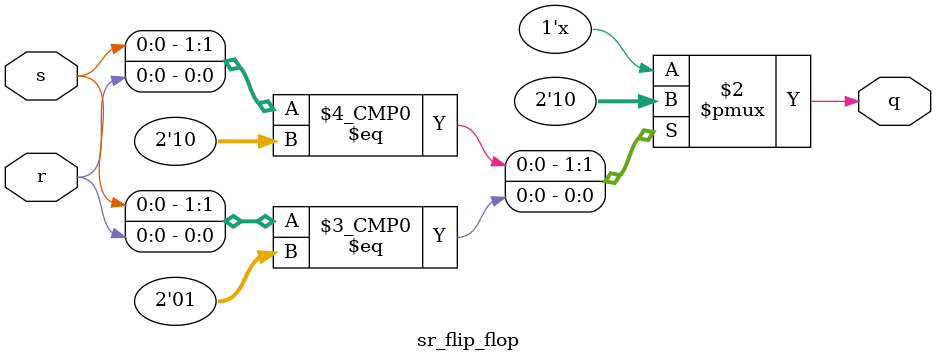
<source format=sv>
module sr_flip_flop(
    input s,
    input r,
    output reg q
);
    always @(s or r) begin
        case ({s, r})
            2'b10: q <= 1'b1; // Set
            2'b01: q <= 1'b0; // Reset
            // Note: 2'b11 is typically considered an invalid state for basic SR flip-flops
            // and is often handled explicitly in more complex designs
        endcase
    end
endmodule

</source>
